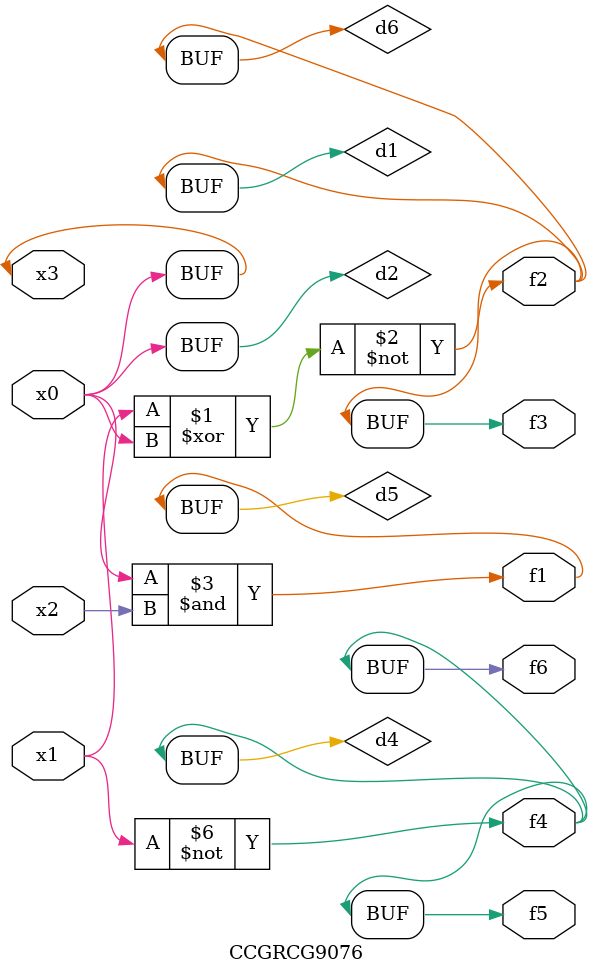
<source format=v>
module CCGRCG9076(
	input x0, x1, x2, x3,
	output f1, f2, f3, f4, f5, f6
);

	wire d1, d2, d3, d4, d5, d6;

	xnor (d1, x1, x3);
	buf (d2, x0, x3);
	nand (d3, x0, x2);
	not (d4, x1);
	nand (d5, d3);
	or (d6, d1);
	assign f1 = d5;
	assign f2 = d6;
	assign f3 = d6;
	assign f4 = d4;
	assign f5 = d4;
	assign f6 = d4;
endmodule

</source>
